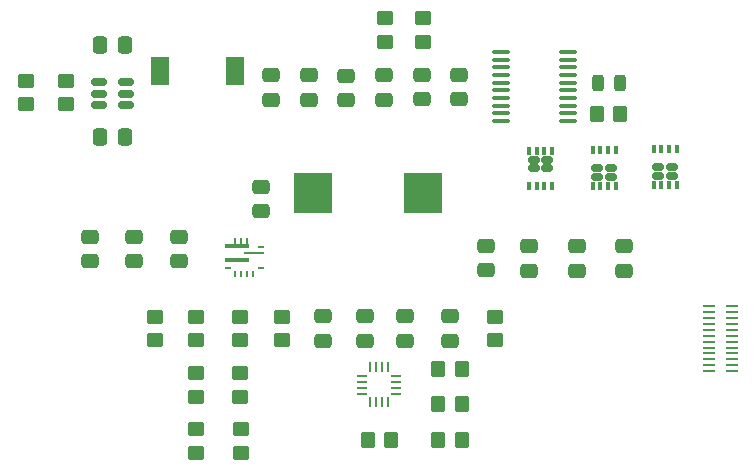
<source format=gbr>
%TF.GenerationSoftware,KiCad,Pcbnew,9.0.0*%
%TF.CreationDate,2025-06-04T14:10:33+02:00*%
%TF.ProjectId,usb_c_pd_source,7573625f-635f-4706-945f-736f75726365,rev?*%
%TF.SameCoordinates,Original*%
%TF.FileFunction,Paste,Top*%
%TF.FilePolarity,Positive*%
%FSLAX46Y46*%
G04 Gerber Fmt 4.6, Leading zero omitted, Abs format (unit mm)*
G04 Created by KiCad (PCBNEW 9.0.0) date 2025-06-04 14:10:33*
%MOMM*%
%LPD*%
G01*
G04 APERTURE LIST*
G04 Aperture macros list*
%AMRoundRect*
0 Rectangle with rounded corners*
0 $1 Rounding radius*
0 $2 $3 $4 $5 $6 $7 $8 $9 X,Y pos of 4 corners*
0 Add a 4 corners polygon primitive as box body*
4,1,4,$2,$3,$4,$5,$6,$7,$8,$9,$2,$3,0*
0 Add four circle primitives for the rounded corners*
1,1,$1+$1,$2,$3*
1,1,$1+$1,$4,$5*
1,1,$1+$1,$6,$7*
1,1,$1+$1,$8,$9*
0 Add four rect primitives between the rounded corners*
20,1,$1+$1,$2,$3,$4,$5,0*
20,1,$1+$1,$4,$5,$6,$7,0*
20,1,$1+$1,$6,$7,$8,$9,0*
20,1,$1+$1,$8,$9,$2,$3,0*%
G04 Aperture macros list end*
%ADD10RoundRect,0.250000X-0.337500X-0.475000X0.337500X-0.475000X0.337500X0.475000X-0.337500X0.475000X0*%
%ADD11RoundRect,0.250000X0.350000X0.450000X-0.350000X0.450000X-0.350000X-0.450000X0.350000X-0.450000X0*%
%ADD12RoundRect,0.250000X-0.450000X0.350000X-0.450000X-0.350000X0.450000X-0.350000X0.450000X0.350000X0*%
%ADD13RoundRect,0.250000X-0.475000X0.337500X-0.475000X-0.337500X0.475000X-0.337500X0.475000X0.337500X0*%
%ADD14RoundRect,0.250000X0.450000X-0.350000X0.450000X0.350000X-0.450000X0.350000X-0.450000X-0.350000X0*%
%ADD15RoundRect,0.250000X0.337500X0.475000X-0.337500X0.475000X-0.337500X-0.475000X0.337500X-0.475000X0*%
%ADD16R,1.500000X2.400000*%
%ADD17RoundRect,0.250000X0.475000X-0.337500X0.475000X0.337500X-0.475000X0.337500X-0.475000X-0.337500X0*%
%ADD18RoundRect,0.150000X0.350000X-0.150000X0.350000X0.150000X-0.350000X0.150000X-0.350000X-0.150000X0*%
%ADD19RoundRect,0.105000X0.105000X-0.245000X0.105000X0.245000X-0.105000X0.245000X-0.105000X-0.245000X0*%
%ADD20RoundRect,0.062500X-0.062500X0.350000X-0.062500X-0.350000X0.062500X-0.350000X0.062500X0.350000X0*%
%ADD21RoundRect,0.062500X-0.350000X0.062500X-0.350000X-0.062500X0.350000X-0.062500X0.350000X0.062500X0*%
%ADD22RoundRect,0.243750X0.243750X0.456250X-0.243750X0.456250X-0.243750X-0.456250X0.243750X-0.456250X0*%
%ADD23RoundRect,0.250000X-0.350000X-0.450000X0.350000X-0.450000X0.350000X0.450000X-0.350000X0.450000X0*%
%ADD24RoundRect,0.100000X-0.637500X-0.100000X0.637500X-0.100000X0.637500X0.100000X-0.637500X0.100000X0*%
%ADD25RoundRect,0.150000X-0.512500X-0.150000X0.512500X-0.150000X0.512500X0.150000X-0.512500X0.150000X0*%
%ADD26R,3.250000X3.400000*%
%ADD27RoundRect,0.150000X-0.350000X0.150000X-0.350000X-0.150000X0.350000X-0.150000X0.350000X0.150000X0*%
%ADD28RoundRect,0.105000X-0.105000X0.245000X-0.105000X-0.245000X0.105000X-0.245000X0.105000X0.245000X0*%
%ADD29R,0.250000X0.600000*%
%ADD30R,0.600000X0.250000*%
%ADD31R,1.700000X0.250000*%
%ADD32R,2.100000X0.400000*%
%ADD33R,0.250000X0.560000*%
%ADD34R,1.050000X0.280000*%
G04 APERTURE END LIST*
D10*
%TO.C,C6*%
X83362500Y-114000000D03*
X85437500Y-114000000D03*
%TD*%
D11*
%TO.C,R18*%
X114000000Y-144400000D03*
X112000000Y-144400000D03*
%TD*%
D12*
%TO.C,R4*%
X98750000Y-137000000D03*
X98750000Y-139000000D03*
%TD*%
D13*
%TO.C,C20*%
X109200000Y-136962500D03*
X109200000Y-139037500D03*
%TD*%
D14*
%TO.C,R15*%
X116800000Y-139000000D03*
X116800000Y-137000000D03*
%TD*%
D15*
%TO.C,C1*%
X85437500Y-121800000D03*
X83362500Y-121800000D03*
%TD*%
D16*
%TO.C,L1*%
X88450000Y-116200000D03*
X94750000Y-116200000D03*
%TD*%
D11*
%TO.C,R17*%
X114000000Y-141400000D03*
X112000000Y-141400000D03*
%TD*%
D12*
%TO.C,R10*%
X91500000Y-146500000D03*
X91500000Y-148500000D03*
%TD*%
D17*
%TO.C,C14*%
X116000000Y-133037500D03*
X116000000Y-130962500D03*
%TD*%
D13*
%TO.C,C5*%
X102250000Y-136962500D03*
X102250000Y-139037500D03*
%TD*%
%TO.C,C18*%
X105800000Y-136962500D03*
X105800000Y-139037500D03*
%TD*%
D12*
%TO.C,R2*%
X77100000Y-117000000D03*
X77100000Y-119000000D03*
%TD*%
D18*
%TO.C,Q1*%
X120070000Y-124400000D03*
X121200000Y-124400000D03*
X120070000Y-123690000D03*
X121200000Y-123690000D03*
D19*
X119660000Y-122920000D03*
X120310000Y-122920000D03*
X120960000Y-122920000D03*
X121610000Y-122920000D03*
X119660000Y-125920000D03*
X120310000Y-125920000D03*
X120960000Y-125920000D03*
X121610000Y-125920000D03*
%TD*%
D17*
%TO.C,C7*%
X97850000Y-118637500D03*
X97850000Y-116562500D03*
%TD*%
D20*
%TO.C,U4*%
X107700000Y-141287500D03*
X107200000Y-141287500D03*
X106700000Y-141287500D03*
X106200000Y-141287500D03*
D21*
X105487500Y-142000000D03*
X105487500Y-142500000D03*
X105487500Y-143000000D03*
X105487500Y-143500000D03*
D20*
X106200000Y-144212500D03*
X106700000Y-144212500D03*
X107200000Y-144212500D03*
X107700000Y-144212500D03*
D21*
X108412500Y-143500000D03*
X108412500Y-143000000D03*
X108412500Y-142500000D03*
X108412500Y-142000000D03*
%TD*%
D17*
%TO.C,C16*%
X123700000Y-133100000D03*
X123700000Y-131025000D03*
%TD*%
D12*
%TO.C,R13*%
X110650000Y-111700000D03*
X110650000Y-113700000D03*
%TD*%
D13*
%TO.C,C8*%
X97000000Y-126000000D03*
X97000000Y-128075000D03*
%TD*%
D12*
%TO.C,R11*%
X95250000Y-146500000D03*
X95250000Y-148500000D03*
%TD*%
D22*
%TO.C,D1*%
X127387500Y-117200000D03*
X125512500Y-117200000D03*
%TD*%
D12*
%TO.C,R12*%
X107450000Y-111700000D03*
X107450000Y-113700000D03*
%TD*%
D13*
%TO.C,C19*%
X113000000Y-136962500D03*
X113000000Y-139037500D03*
%TD*%
D23*
%TO.C,R14*%
X106000000Y-147400000D03*
X108000000Y-147400000D03*
%TD*%
D13*
%TO.C,C13*%
X113700000Y-116487500D03*
X113700000Y-118562500D03*
%TD*%
D24*
%TO.C,U3*%
X117275000Y-114575000D03*
X117275000Y-115225000D03*
X117275000Y-115875000D03*
X117275000Y-116525000D03*
X117275000Y-117175000D03*
X117275000Y-117825000D03*
X117275000Y-118475000D03*
X117275000Y-119125000D03*
X117275000Y-119775000D03*
X117275000Y-120425000D03*
X123000000Y-120425000D03*
X123000000Y-119775000D03*
X123000000Y-119125000D03*
X123000000Y-118475000D03*
X123000000Y-117825000D03*
X123000000Y-117175000D03*
X123000000Y-116525000D03*
X123000000Y-115875000D03*
X123000000Y-115225000D03*
X123000000Y-114575000D03*
%TD*%
D12*
%TO.C,R1*%
X88000000Y-137000000D03*
X88000000Y-139000000D03*
%TD*%
%TO.C,R8*%
X95200000Y-141750000D03*
X95200000Y-143750000D03*
%TD*%
D13*
%TO.C,C11*%
X107400000Y-116525000D03*
X107400000Y-118600000D03*
%TD*%
D17*
%TO.C,C15*%
X119700000Y-133100000D03*
X119700000Y-131025000D03*
%TD*%
D25*
%TO.C,U1*%
X83262500Y-117150000D03*
X83262500Y-118100000D03*
X83262500Y-119050000D03*
X85537500Y-119050000D03*
X85537500Y-118100000D03*
X85537500Y-117150000D03*
%TD*%
D11*
%TO.C,R16*%
X114000000Y-147400000D03*
X112000000Y-147400000D03*
%TD*%
D12*
%TO.C,R9*%
X91500000Y-141750000D03*
X91500000Y-143750000D03*
%TD*%
D14*
%TO.C,R3*%
X80500000Y-119000000D03*
X80500000Y-117000000D03*
%TD*%
D13*
%TO.C,C4*%
X82500000Y-130212500D03*
X82500000Y-132287500D03*
%TD*%
D26*
%TO.C,L2*%
X101350000Y-126500000D03*
X110650000Y-126500000D03*
%TD*%
D13*
%TO.C,C10*%
X104200000Y-116587500D03*
X104200000Y-118662500D03*
%TD*%
%TO.C,C3*%
X86250000Y-130212500D03*
X86250000Y-132287500D03*
%TD*%
D27*
%TO.C,Q2*%
X126590000Y-124420000D03*
X125460000Y-124420000D03*
X126590000Y-125130000D03*
X125460000Y-125130000D03*
D28*
X127000000Y-125900000D03*
X126350000Y-125900000D03*
X125700000Y-125900000D03*
X125050000Y-125900000D03*
X127000000Y-122900000D03*
X126350000Y-122900000D03*
X125700000Y-122900000D03*
X125050000Y-122900000D03*
%TD*%
D11*
%TO.C,R5*%
X127400000Y-119800000D03*
X125400000Y-119800000D03*
%TD*%
D12*
%TO.C,R7*%
X95200000Y-137000000D03*
X95200000Y-139000000D03*
%TD*%
D17*
%TO.C,C17*%
X127700000Y-133100000D03*
X127700000Y-131025000D03*
%TD*%
D14*
%TO.C,R6*%
X91500000Y-139000000D03*
X91500000Y-137000000D03*
%TD*%
D27*
%TO.C,Q3*%
X131750000Y-124340000D03*
X130620000Y-124340000D03*
X131750000Y-125050000D03*
X130620000Y-125050000D03*
D28*
X132160000Y-125820000D03*
X131510000Y-125820000D03*
X130860000Y-125820000D03*
X130210000Y-125820000D03*
X132160000Y-122820000D03*
X131510000Y-122820000D03*
X130860000Y-122820000D03*
X130210000Y-122820000D03*
%TD*%
D13*
%TO.C,C2*%
X90000000Y-130212500D03*
X90000000Y-132287500D03*
%TD*%
%TO.C,C9*%
X101050000Y-116562500D03*
X101050000Y-118637500D03*
%TD*%
%TO.C,C12*%
X110600000Y-116487500D03*
X110600000Y-118562500D03*
%TD*%
D29*
%TO.C,U2*%
X94800000Y-133370000D03*
X95300000Y-133370000D03*
X95800000Y-133370000D03*
X96300000Y-133370000D03*
D30*
X96950000Y-132900000D03*
D31*
X96400000Y-131600000D03*
D30*
X96950000Y-131100000D03*
D32*
X94900000Y-131020000D03*
D33*
X94800000Y-130550000D03*
X95300000Y-130550000D03*
X95800000Y-130550000D03*
D32*
X94900000Y-132180000D03*
D30*
X94150000Y-132900000D03*
%TD*%
D34*
%TO.C,J4*%
X134900000Y-136100000D03*
X134900000Y-136600000D03*
X134900000Y-137100000D03*
X134900000Y-137600000D03*
X134900000Y-138100000D03*
X134900000Y-138600000D03*
X134900000Y-139100000D03*
X134900000Y-139600000D03*
X134900000Y-140100000D03*
X134900000Y-140600000D03*
X134900000Y-141100000D03*
X134900000Y-141600000D03*
X136850000Y-141600000D03*
X136850000Y-141100000D03*
X136850000Y-140600000D03*
X136850000Y-140100000D03*
X136850000Y-139600000D03*
X136850000Y-139100000D03*
X136850000Y-138600000D03*
X136850000Y-138100000D03*
X136850000Y-137600000D03*
X136850000Y-137100000D03*
X136850000Y-136600000D03*
X136850000Y-136100000D03*
%TD*%
M02*

</source>
